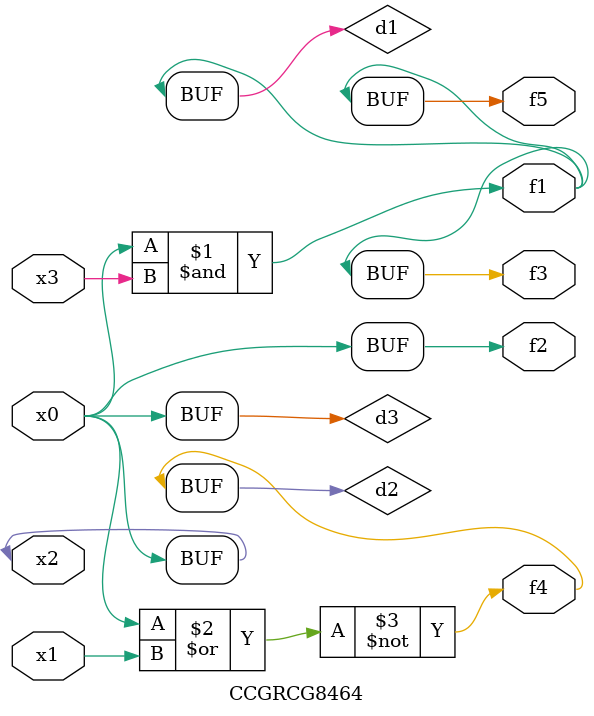
<source format=v>
module CCGRCG8464(
	input x0, x1, x2, x3,
	output f1, f2, f3, f4, f5
);

	wire d1, d2, d3;

	and (d1, x2, x3);
	nor (d2, x0, x1);
	buf (d3, x0, x2);
	assign f1 = d1;
	assign f2 = d3;
	assign f3 = d1;
	assign f4 = d2;
	assign f5 = d1;
endmodule

</source>
